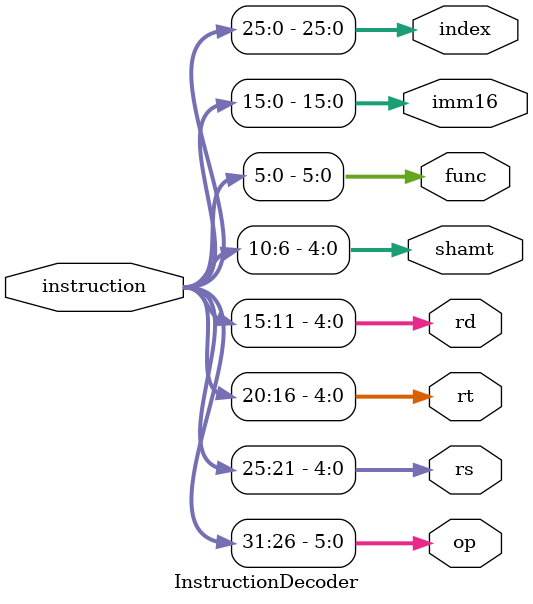
<source format=v>
module InstructionDecoder
(
	instruction, 
	op, 
	rs, 
	rt, 
	rd, 
	shamt, 
	func, 
	imm16, 
	index
);
	input [31:0]instruction;
	output [5:0]op;
	output [4:0]rs;
	output [4:0]rt;
	output [4:0]rd;
	output [4:0]shamt;
	output [5:0]func;
	output [15:0]imm16;
	output [25:0]index;

	assign op = instruction[31:26];
	assign rs = instruction[25:21];
	assign rt = instruction[20:16];
	assign rd = instruction[15:11];
	assign shamt = instruction[10:6];
	assign func = instruction[5:0];
	assign imm16 = instruction[15:0];
	assign index = instruction[25:0];
endmodule
</source>
